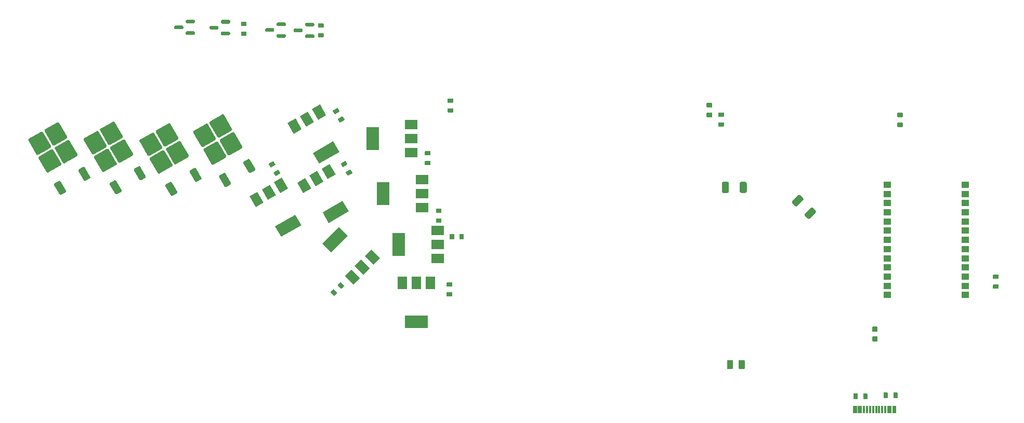
<source format=gtp>
G04 #@! TF.GenerationSoftware,KiCad,Pcbnew,7.0.9-7.0.9~ubuntu22.04.1*
G04 #@! TF.CreationDate,2023-12-28T07:12:25+00:00*
G04 #@! TF.ProjectId,uaeficopiedtovfr,75616566-6963-46f7-9069-6564746f7666,rev?*
G04 #@! TF.SameCoordinates,Original*
G04 #@! TF.FileFunction,Paste,Top*
G04 #@! TF.FilePolarity,Positive*
%FSLAX46Y46*%
G04 Gerber Fmt 4.6, Leading zero omitted, Abs format (unit mm)*
G04 Created by KiCad (PCBNEW 7.0.9-7.0.9~ubuntu22.04.1) date 2023-12-28 07:12:25*
%MOMM*%
%LPD*%
G01*
G04 APERTURE LIST*
%ADD10R,2.000000X1.500000*%
%ADD11R,2.000000X3.800000*%
%ADD12R,1.500000X2.000000*%
%ADD13R,3.800000X2.000000*%
%ADD14R,0.300000X1.150000*%
%ADD15R,1.300000X1.000000*%
G04 APERTURE END LIST*
G04 #@! TO.C,R4*
G36*
G01*
X117650001Y15900000D02*
X117650001Y14650000D01*
G75*
G02*
X117550001Y14550000I-100000J0D01*
G01*
X116750001Y14550000D01*
G75*
G02*
X116650001Y14650000I0J100000D01*
G01*
X116650001Y15900000D01*
G75*
G02*
X116750001Y16000000I100000J0D01*
G01*
X117550001Y16000000D01*
G75*
G02*
X117650001Y15900000I0J-100000D01*
G01*
G37*
G36*
G01*
X115749979Y15900000D02*
X115749979Y14650000D01*
G75*
G02*
X115649979Y14550000I-100000J0D01*
G01*
X114849979Y14550000D01*
G75*
G02*
X114749979Y14650000I0J100000D01*
G01*
X114749979Y15900000D01*
G75*
G02*
X114849979Y16000000I100000J0D01*
G01*
X115649979Y16000000D01*
G75*
G02*
X115749979Y15900000I0J-100000D01*
G01*
G37*
G04 #@! TD*
G04 #@! TO.C,R1*
G36*
G01*
X142560000Y56325000D02*
X143340000Y56325000D01*
G75*
G02*
X143410000Y56255000I0J-70000D01*
G01*
X143410000Y55695000D01*
G75*
G02*
X143340000Y55625000I-70000J0D01*
G01*
X142560000Y55625000D01*
G75*
G02*
X142490000Y55695000I0J70000D01*
G01*
X142490000Y56255000D01*
G75*
G02*
X142560000Y56325000I70000J0D01*
G01*
G37*
G36*
G01*
X142560000Y54725000D02*
X143340000Y54725000D01*
G75*
G02*
X143410000Y54655000I0J-70000D01*
G01*
X143410000Y54095000D01*
G75*
G02*
X143340000Y54025000I-70000J0D01*
G01*
X142560000Y54025000D01*
G75*
G02*
X142490000Y54095000I0J70000D01*
G01*
X142490000Y54655000D01*
G75*
G02*
X142560000Y54725000I70000J0D01*
G01*
G37*
G04 #@! TD*
D10*
G04 #@! TO.C,Q14*
X67600000Y32575000D03*
X67600000Y34875000D03*
X67600000Y37175000D03*
D11*
X61300000Y34875000D03*
G04 #@! TD*
G04 #@! TO.C,Q8*
G36*
X48717339Y47244005D02*
G01*
X50016377Y47994005D01*
X51016377Y46261955D01*
X49717339Y45511955D01*
X48717339Y47244005D01*
G37*
G36*
X46725481Y46094005D02*
G01*
X48024519Y46844005D01*
X49024519Y45111955D01*
X47725481Y44361955D01*
X46725481Y46094005D01*
G37*
G36*
X44733623Y44944005D02*
G01*
X46032661Y45694005D01*
X47032661Y43961955D01*
X45733623Y43211955D01*
X44733623Y44944005D01*
G37*
G36*
X48879552Y40063045D02*
G01*
X52170448Y41963045D01*
X53170448Y40230995D01*
X49879552Y38330995D01*
X48879552Y40063045D01*
G37*
G04 #@! TD*
G04 #@! TO.C,R8*
G36*
G01*
X142550000Y10615000D02*
X142550000Y9835000D01*
G75*
G02*
X142480000Y9765000I-70000J0D01*
G01*
X141920000Y9765000D01*
G75*
G02*
X141850000Y9835000I0J70000D01*
G01*
X141850000Y10615000D01*
G75*
G02*
X141920000Y10685000I70000J0D01*
G01*
X142480000Y10685000D01*
G75*
G02*
X142550000Y10615000I0J-70000D01*
G01*
G37*
G36*
G01*
X140950000Y10615000D02*
X140950000Y9835000D01*
G75*
G02*
X140880000Y9765000I-70000J0D01*
G01*
X140320000Y9765000D01*
G75*
G02*
X140250000Y9835000I0J70000D01*
G01*
X140250000Y10615000D01*
G75*
G02*
X140320000Y10685000I70000J0D01*
G01*
X140880000Y10685000D01*
G75*
G02*
X140950000Y10615000I0J-70000D01*
G01*
G37*
G04 #@! TD*
G04 #@! TO.C,Q10*
G36*
X54965864Y29367105D02*
G01*
X53905204Y28306445D01*
X52490990Y29720659D01*
X53551650Y30781319D01*
X54965864Y29367105D01*
G37*
G36*
X56592209Y30993451D02*
G01*
X55531549Y29932791D01*
X54117335Y31347005D01*
X55177995Y32407665D01*
X56592209Y30993451D01*
G37*
G36*
X58218555Y32619796D02*
G01*
X57157895Y31559136D01*
X55743681Y32973350D01*
X56804341Y34034010D01*
X58218555Y32619796D01*
G37*
G36*
X52950610Y36261396D02*
G01*
X50263604Y33574390D01*
X48849390Y34988604D01*
X51536396Y37675610D01*
X52950610Y36261396D01*
G37*
G04 #@! TD*
G04 #@! TO.C,R32*
G36*
G01*
X69940000Y26375000D02*
X69160000Y26375000D01*
G75*
G02*
X69090000Y26445000I0J70000D01*
G01*
X69090000Y27005000D01*
G75*
G02*
X69160000Y27075000I70000J0D01*
G01*
X69940000Y27075000D01*
G75*
G02*
X70010000Y27005000I0J-70000D01*
G01*
X70010000Y26445000D01*
G75*
G02*
X69940000Y26375000I-70000J0D01*
G01*
G37*
G36*
G01*
X69940000Y27975000D02*
X69160000Y27975000D01*
G75*
G02*
X69090000Y28045000I0J70000D01*
G01*
X69090000Y28605000D01*
G75*
G02*
X69160000Y28675000I70000J0D01*
G01*
X69940000Y28675000D01*
G75*
G02*
X70010000Y28605000I0J-70000D01*
G01*
X70010000Y28045000D01*
G75*
G02*
X69940000Y27975000I-70000J0D01*
G01*
G37*
G04 #@! TD*
G04 #@! TO.C,R2*
G36*
G01*
X112290000Y55625000D02*
X111510000Y55625000D01*
G75*
G02*
X111440000Y55695000I0J70000D01*
G01*
X111440000Y56255000D01*
G75*
G02*
X111510000Y56325000I70000J0D01*
G01*
X112290000Y56325000D01*
G75*
G02*
X112360000Y56255000I0J-70000D01*
G01*
X112360000Y55695000D01*
G75*
G02*
X112290000Y55625000I-70000J0D01*
G01*
G37*
G36*
G01*
X112290000Y57225000D02*
X111510000Y57225000D01*
G75*
G02*
X111440000Y57295000I0J70000D01*
G01*
X111440000Y57855000D01*
G75*
G02*
X111510000Y57925000I70000J0D01*
G01*
X112290000Y57925000D01*
G75*
G02*
X112360000Y57855000I0J-70000D01*
G01*
X112360000Y57295000D01*
G75*
G02*
X112290000Y57225000I-70000J0D01*
G01*
G37*
G04 #@! TD*
G04 #@! TO.C,R31*
G36*
G01*
X68190000Y38375000D02*
X67410000Y38375000D01*
G75*
G02*
X67340000Y38445000I0J70000D01*
G01*
X67340000Y39005000D01*
G75*
G02*
X67410000Y39075000I70000J0D01*
G01*
X68190000Y39075000D01*
G75*
G02*
X68260000Y39005000I0J-70000D01*
G01*
X68260000Y38445000D01*
G75*
G02*
X68190000Y38375000I-70000J0D01*
G01*
G37*
G36*
G01*
X68190000Y39975000D02*
X67410000Y39975000D01*
G75*
G02*
X67340000Y40045000I0J70000D01*
G01*
X67340000Y40605000D01*
G75*
G02*
X67410000Y40675000I70000J0D01*
G01*
X68190000Y40675000D01*
G75*
G02*
X68260000Y40605000I0J-70000D01*
G01*
X68260000Y40045000D01*
G75*
G02*
X68190000Y39975000I-70000J0D01*
G01*
G37*
G04 #@! TD*
G04 #@! TO.C,R23*
G36*
G01*
X40137250Y48025929D02*
X40812750Y48415929D01*
G75*
G02*
X40908372Y48390307I35000J-60622D01*
G01*
X41188372Y47905333D01*
G75*
G02*
X41162750Y47809711I-60622J-35000D01*
G01*
X40487250Y47419711D01*
G75*
G02*
X40391628Y47445333I-35000J60622D01*
G01*
X40111628Y47930307D01*
G75*
G02*
X40137250Y48025929I60622J35000D01*
G01*
G37*
G36*
G01*
X40937250Y46640289D02*
X41612750Y47030289D01*
G75*
G02*
X41708372Y47004667I35000J-60622D01*
G01*
X41988372Y46519693D01*
G75*
G02*
X41962750Y46424071I-60622J-35000D01*
G01*
X41287250Y46034071D01*
G75*
G02*
X41191628Y46059693I-35000J60622D01*
G01*
X40911628Y46544667D01*
G75*
G02*
X40937250Y46640289I60622J35000D01*
G01*
G37*
G04 #@! TD*
D12*
G04 #@! TO.C,Q16*
X66450000Y28575000D03*
X64150000Y28575000D03*
X61850000Y28575000D03*
D13*
X64150000Y22275000D03*
G04 #@! TD*
G04 #@! TO.C,Q9*
G36*
X40967339Y44994005D02*
G01*
X42266377Y45744005D01*
X43266377Y44011955D01*
X41967339Y43261955D01*
X40967339Y44994005D01*
G37*
G36*
X38975481Y43844005D02*
G01*
X40274519Y44594005D01*
X41274519Y42861955D01*
X39975481Y42111955D01*
X38975481Y43844005D01*
G37*
G36*
X36983623Y42694005D02*
G01*
X38282661Y43444005D01*
X39282661Y41711955D01*
X37983623Y40961955D01*
X36983623Y42694005D01*
G37*
G36*
X41129552Y37813045D02*
G01*
X44420448Y39713045D01*
X45420448Y37980995D01*
X42129552Y36080995D01*
X41129552Y37813045D01*
G37*
G04 #@! TD*
D10*
G04 #@! TO.C,Q13*
X63350000Y49825000D03*
X63350000Y52125000D03*
X63350000Y54425000D03*
D11*
X57050000Y52125000D03*
G04 #@! TD*
G04 #@! TO.C,R26*
G36*
G01*
X36440000Y68875000D02*
X35660000Y68875000D01*
G75*
G02*
X35590000Y68945000I0J70000D01*
G01*
X35590000Y69505000D01*
G75*
G02*
X35660000Y69575000I70000J0D01*
G01*
X36440000Y69575000D01*
G75*
G02*
X36510000Y69505000I0J-70000D01*
G01*
X36510000Y68945000D01*
G75*
G02*
X36440000Y68875000I-70000J0D01*
G01*
G37*
G36*
G01*
X36440000Y70475000D02*
X35660000Y70475000D01*
G75*
G02*
X35590000Y70545000I0J70000D01*
G01*
X35590000Y71105000D01*
G75*
G02*
X35660000Y71175000I70000J0D01*
G01*
X36440000Y71175000D01*
G75*
G02*
X36510000Y71105000I0J-70000D01*
G01*
X36510000Y70545000D01*
G75*
G02*
X36440000Y70475000I-70000J0D01*
G01*
G37*
G04 #@! TD*
G04 #@! TO.C,C1*
G36*
G01*
X139190000Y19009999D02*
X138510000Y19009999D01*
G75*
G02*
X138425000Y19094999I0J85000D01*
G01*
X138425000Y19774999D01*
G75*
G02*
X138510000Y19859999I85000J0D01*
G01*
X139190000Y19859999D01*
G75*
G02*
X139275000Y19774999I0J-85000D01*
G01*
X139275000Y19094999D01*
G75*
G02*
X139190000Y19009999I-85000J0D01*
G01*
G37*
G36*
G01*
X139190000Y20590001D02*
X138510000Y20590001D01*
G75*
G02*
X138425000Y20675001I0J85000D01*
G01*
X138425000Y21355001D01*
G75*
G02*
X138510000Y21440001I85000J0D01*
G01*
X139190000Y21440001D01*
G75*
G02*
X139275000Y21355001I0J-85000D01*
G01*
X139275000Y20675001D01*
G75*
G02*
X139190000Y20590001I-85000J0D01*
G01*
G37*
G04 #@! TD*
G04 #@! TO.C,Q7*
G36*
X47167339Y56944005D02*
G01*
X48466377Y57694005D01*
X49466377Y55961955D01*
X48167339Y55211955D01*
X47167339Y56944005D01*
G37*
G36*
X45175481Y55794005D02*
G01*
X46474519Y56544005D01*
X47474519Y54811955D01*
X46175481Y54061955D01*
X45175481Y55794005D01*
G37*
G36*
X43183623Y54644005D02*
G01*
X44482661Y55394005D01*
X45482661Y53661955D01*
X44183623Y52911955D01*
X43183623Y54644005D01*
G37*
G36*
X47329552Y49763045D02*
G01*
X50620448Y51663045D01*
X51620448Y49930995D01*
X48329552Y48030995D01*
X47329552Y49763045D01*
G37*
G04 #@! TD*
G04 #@! TO.C,R30*
G36*
G01*
X69600000Y35735000D02*
X69600000Y36515000D01*
G75*
G02*
X69670000Y36585000I70000J0D01*
G01*
X70230000Y36585000D01*
G75*
G02*
X70300000Y36515000I0J-70000D01*
G01*
X70300000Y35735000D01*
G75*
G02*
X70230000Y35665000I-70000J0D01*
G01*
X69670000Y35665000D01*
G75*
G02*
X69600000Y35735000I0J70000D01*
G01*
G37*
G36*
G01*
X71200000Y35735000D02*
X71200000Y36515000D01*
G75*
G02*
X71270000Y36585000I70000J0D01*
G01*
X71830000Y36585000D01*
G75*
G02*
X71900000Y36515000I0J-70000D01*
G01*
X71900000Y35735000D01*
G75*
G02*
X71830000Y35665000I-70000J0D01*
G01*
X71270000Y35665000D01*
G75*
G02*
X71200000Y35735000I0J70000D01*
G01*
G37*
G04 #@! TD*
G04 #@! TO.C,R24*
G36*
G01*
X50762600Y26486056D02*
X50211056Y27037600D01*
G75*
G02*
X50211056Y27136594I49497J49497D01*
G01*
X50607036Y27532574D01*
G75*
G02*
X50706030Y27532574I49497J-49497D01*
G01*
X51257574Y26981030D01*
G75*
G02*
X51257574Y26882036I-49497J-49497D01*
G01*
X50861594Y26486056D01*
G75*
G02*
X50762600Y26486056I-49497J49497D01*
G01*
G37*
G36*
G01*
X51893970Y27617426D02*
X51342426Y28168970D01*
G75*
G02*
X51342426Y28267964I49497J49497D01*
G01*
X51738406Y28663944D01*
G75*
G02*
X51837400Y28663944I49497J-49497D01*
G01*
X52388944Y28112400D01*
G75*
G02*
X52388944Y28013406I-49497J-49497D01*
G01*
X51992964Y27617426D01*
G75*
G02*
X51893970Y27617426I-49497J49497D01*
G01*
G37*
G04 #@! TD*
D14*
G04 #@! TO.C,J9*
X135450000Y7945000D03*
X136250000Y7945000D03*
X137550000Y7945000D03*
X138550000Y7945000D03*
X139050000Y7945000D03*
X140050000Y7945000D03*
X141350000Y7945000D03*
X142150000Y7945000D03*
X141850000Y7945000D03*
X141050000Y7945000D03*
X140550000Y7945000D03*
X139550000Y7945000D03*
X138050000Y7945000D03*
X137050000Y7945000D03*
X136550000Y7945000D03*
X135750000Y7945000D03*
G04 #@! TD*
G04 #@! TO.C,Q3*
G36*
G01*
X25095382Y43138319D02*
X24489164Y42788319D01*
G75*
G02*
X24147658Y42879825I-125000J216506D01*
G01*
X23297658Y44352069D01*
G75*
G02*
X23389164Y44693575I216506J125000D01*
G01*
X23995382Y45043575D01*
G75*
G02*
X24336888Y44952069I125000J-216506D01*
G01*
X25186888Y43479825D01*
G75*
G02*
X25095382Y43138319I-216506J-125000D01*
G01*
G37*
G36*
G01*
X24320401Y47540626D02*
X22371843Y46415626D01*
G75*
G02*
X22030337Y46507132I-125000J216506D01*
G01*
X20755337Y48715496D01*
G75*
G02*
X20846843Y49057002I216506J125000D01*
G01*
X22795401Y50182002D01*
G75*
G02*
X23136907Y50090496I125000J-216506D01*
G01*
X24411907Y47882132D01*
G75*
G02*
X24320401Y47540626I-216506J-125000D01*
G01*
G37*
G36*
G01*
X26961779Y49065626D02*
X25013221Y47940626D01*
G75*
G02*
X24671715Y48032132I-125000J216506D01*
G01*
X23396715Y50240496D01*
G75*
G02*
X23488221Y50582002I216506J125000D01*
G01*
X25436779Y51707002D01*
G75*
G02*
X25778285Y51615496I125000J-216506D01*
G01*
X27053285Y49407132D01*
G75*
G02*
X26961779Y49065626I-216506J-125000D01*
G01*
G37*
G36*
G01*
X22645401Y50441812D02*
X20696843Y49316812D01*
G75*
G02*
X20355337Y49408318I-125000J216506D01*
G01*
X19080337Y51616682D01*
G75*
G02*
X19171843Y51958188I216506J125000D01*
G01*
X21120401Y53083188D01*
G75*
G02*
X21461907Y52991682I125000J-216506D01*
G01*
X22736907Y50783318D01*
G75*
G02*
X22645401Y50441812I-216506J-125000D01*
G01*
G37*
G36*
G01*
X25286779Y51966812D02*
X23338221Y50841812D01*
G75*
G02*
X22996715Y50933318I-125000J216506D01*
G01*
X21721715Y53141682D01*
G75*
G02*
X21813221Y53483188I216506J125000D01*
G01*
X23761779Y54608188D01*
G75*
G02*
X24103285Y54516682I125000J-216506D01*
G01*
X25378285Y52308318D01*
G75*
G02*
X25286779Y51966812I-216506J-125000D01*
G01*
G37*
G36*
G01*
X29044458Y45418319D02*
X28438240Y45068319D01*
G75*
G02*
X28096734Y45159825I-125000J216506D01*
G01*
X27246734Y46632069D01*
G75*
G02*
X27338240Y46973575I216506J125000D01*
G01*
X27944458Y47323575D01*
G75*
G02*
X28285964Y47232069I125000J-216506D01*
G01*
X29135964Y45759825D01*
G75*
G02*
X29044458Y45418319I-216506J-125000D01*
G01*
G37*
G04 #@! TD*
G04 #@! TO.C,D7*
G36*
G01*
X28075000Y69475000D02*
X28075000Y69175000D01*
G75*
G02*
X27925000Y69025000I-150000J0D01*
G01*
X26750000Y69025000D01*
G75*
G02*
X26600000Y69175000I0J150000D01*
G01*
X26600000Y69475000D01*
G75*
G02*
X26750000Y69625000I150000J0D01*
G01*
X27925000Y69625000D01*
G75*
G02*
X28075000Y69475000I0J-150000D01*
G01*
G37*
G36*
G01*
X26200000Y70425000D02*
X26200000Y70125000D01*
G75*
G02*
X26050000Y69975000I-150000J0D01*
G01*
X24875000Y69975000D01*
G75*
G02*
X24725000Y70125000I0J150000D01*
G01*
X24725000Y70425000D01*
G75*
G02*
X24875000Y70575000I150000J0D01*
G01*
X26050000Y70575000D01*
G75*
G02*
X26200000Y70425000I0J-150000D01*
G01*
G37*
G36*
G01*
X28075000Y71375000D02*
X28075000Y71075000D01*
G75*
G02*
X27925000Y70925000I-150000J0D01*
G01*
X26750000Y70925000D01*
G75*
G02*
X26600000Y71075000I0J150000D01*
G01*
X26600000Y71375000D01*
G75*
G02*
X26750000Y71525000I150000J0D01*
G01*
X27925000Y71525000D01*
G75*
G02*
X28075000Y71375000I0J-150000D01*
G01*
G37*
G04 #@! TD*
G04 #@! TO.C,R5*
G36*
G01*
X69310000Y58675000D02*
X70090000Y58675000D01*
G75*
G02*
X70160000Y58605000I0J-70000D01*
G01*
X70160000Y58045000D01*
G75*
G02*
X70090000Y57975000I-70000J0D01*
G01*
X69310000Y57975000D01*
G75*
G02*
X69240000Y58045000I0J70000D01*
G01*
X69240000Y58605000D01*
G75*
G02*
X69310000Y58675000I70000J0D01*
G01*
G37*
G36*
G01*
X69310000Y57075000D02*
X70090000Y57075000D01*
G75*
G02*
X70160000Y57005000I0J-70000D01*
G01*
X70160000Y56445000D01*
G75*
G02*
X70090000Y56375000I-70000J0D01*
G01*
X69310000Y56375000D01*
G75*
G02*
X69240000Y56445000I0J70000D01*
G01*
X69240000Y57005000D01*
G75*
G02*
X69310000Y57075000I70000J0D01*
G01*
G37*
G04 #@! TD*
G04 #@! TO.C,Q1*
G36*
G01*
X33845382Y44588319D02*
X33239164Y44238319D01*
G75*
G02*
X32897658Y44329825I-125000J216506D01*
G01*
X32047658Y45802069D01*
G75*
G02*
X32139164Y46143575I216506J125000D01*
G01*
X32745382Y46493575D01*
G75*
G02*
X33086888Y46402069I125000J-216506D01*
G01*
X33936888Y44929825D01*
G75*
G02*
X33845382Y44588319I-216506J-125000D01*
G01*
G37*
G36*
G01*
X33070401Y48990626D02*
X31121843Y47865626D01*
G75*
G02*
X30780337Y47957132I-125000J216506D01*
G01*
X29505337Y50165496D01*
G75*
G02*
X29596843Y50507002I216506J125000D01*
G01*
X31545401Y51632002D01*
G75*
G02*
X31886907Y51540496I125000J-216506D01*
G01*
X33161907Y49332132D01*
G75*
G02*
X33070401Y48990626I-216506J-125000D01*
G01*
G37*
G36*
G01*
X35711779Y50515626D02*
X33763221Y49390626D01*
G75*
G02*
X33421715Y49482132I-125000J216506D01*
G01*
X32146715Y51690496D01*
G75*
G02*
X32238221Y52032002I216506J125000D01*
G01*
X34186779Y53157002D01*
G75*
G02*
X34528285Y53065496I125000J-216506D01*
G01*
X35803285Y50857132D01*
G75*
G02*
X35711779Y50515626I-216506J-125000D01*
G01*
G37*
G36*
G01*
X31395401Y51891812D02*
X29446843Y50766812D01*
G75*
G02*
X29105337Y50858318I-125000J216506D01*
G01*
X27830337Y53066682D01*
G75*
G02*
X27921843Y53408188I216506J125000D01*
G01*
X29870401Y54533188D01*
G75*
G02*
X30211907Y54441682I125000J-216506D01*
G01*
X31486907Y52233318D01*
G75*
G02*
X31395401Y51891812I-216506J-125000D01*
G01*
G37*
G36*
G01*
X34036779Y53416812D02*
X32088221Y52291812D01*
G75*
G02*
X31746715Y52383318I-125000J216506D01*
G01*
X30471715Y54591682D01*
G75*
G02*
X30563221Y54933188I216506J125000D01*
G01*
X32511779Y56058188D01*
G75*
G02*
X32853285Y55966682I125000J-216506D01*
G01*
X34128285Y53758318D01*
G75*
G02*
X34036779Y53416812I-216506J-125000D01*
G01*
G37*
G36*
G01*
X37794458Y46868319D02*
X37188240Y46518319D01*
G75*
G02*
X36846734Y46609825I-125000J216506D01*
G01*
X35996734Y48082069D01*
G75*
G02*
X36088240Y48423575I216506J125000D01*
G01*
X36694458Y48773575D01*
G75*
G02*
X37035964Y48682069I125000J-216506D01*
G01*
X37885964Y47209825D01*
G75*
G02*
X37794458Y46868319I-216506J-125000D01*
G01*
G37*
G04 #@! TD*
G04 #@! TO.C,R25*
G36*
G01*
X48990000Y68625000D02*
X48210000Y68625000D01*
G75*
G02*
X48140000Y68695000I0J70000D01*
G01*
X48140000Y69255000D01*
G75*
G02*
X48210000Y69325000I70000J0D01*
G01*
X48990000Y69325000D01*
G75*
G02*
X49060000Y69255000I0J-70000D01*
G01*
X49060000Y68695000D01*
G75*
G02*
X48990000Y68625000I-70000J0D01*
G01*
G37*
G36*
G01*
X48990000Y70225000D02*
X48210000Y70225000D01*
G75*
G02*
X48140000Y70295000I0J70000D01*
G01*
X48140000Y70855000D01*
G75*
G02*
X48210000Y70925000I70000J0D01*
G01*
X48990000Y70925000D01*
G75*
G02*
X49060000Y70855000I0J-70000D01*
G01*
X49060000Y70295000D01*
G75*
G02*
X48990000Y70225000I-70000J0D01*
G01*
G37*
G04 #@! TD*
G04 #@! TO.C,R6*
G36*
G01*
X158940000Y27625000D02*
X158160000Y27625000D01*
G75*
G02*
X158090000Y27695000I0J70000D01*
G01*
X158090000Y28255000D01*
G75*
G02*
X158160000Y28325000I70000J0D01*
G01*
X158940000Y28325000D01*
G75*
G02*
X159010000Y28255000I0J-70000D01*
G01*
X159010000Y27695000D01*
G75*
G02*
X158940000Y27625000I-70000J0D01*
G01*
G37*
G36*
G01*
X158940000Y29225000D02*
X158160000Y29225000D01*
G75*
G02*
X158090000Y29295000I0J70000D01*
G01*
X158090000Y29855000D01*
G75*
G02*
X158160000Y29925000I70000J0D01*
G01*
X158940000Y29925000D01*
G75*
G02*
X159010000Y29855000I0J-70000D01*
G01*
X159010000Y29295000D01*
G75*
G02*
X158940000Y29225000I-70000J0D01*
G01*
G37*
G04 #@! TD*
G04 #@! TO.C,Q4*
G36*
G01*
X16028571Y43401412D02*
X15422353Y43051412D01*
G75*
G02*
X15080847Y43142918I-125000J216506D01*
G01*
X14230847Y44615162D01*
G75*
G02*
X14322353Y44956668I216506J125000D01*
G01*
X14928571Y45306668D01*
G75*
G02*
X15270077Y45215162I125000J-216506D01*
G01*
X16120077Y43742918D01*
G75*
G02*
X16028571Y43401412I-216506J-125000D01*
G01*
G37*
G36*
G01*
X15253590Y47803719D02*
X13305032Y46678719D01*
G75*
G02*
X12963526Y46770225I-125000J216506D01*
G01*
X11688526Y48978589D01*
G75*
G02*
X11780032Y49320095I216506J125000D01*
G01*
X13728590Y50445095D01*
G75*
G02*
X14070096Y50353589I125000J-216506D01*
G01*
X15345096Y48145225D01*
G75*
G02*
X15253590Y47803719I-216506J-125000D01*
G01*
G37*
G36*
G01*
X17894968Y49328719D02*
X15946410Y48203719D01*
G75*
G02*
X15604904Y48295225I-125000J216506D01*
G01*
X14329904Y50503589D01*
G75*
G02*
X14421410Y50845095I216506J125000D01*
G01*
X16369968Y51970095D01*
G75*
G02*
X16711474Y51878589I125000J-216506D01*
G01*
X17986474Y49670225D01*
G75*
G02*
X17894968Y49328719I-216506J-125000D01*
G01*
G37*
G36*
G01*
X13578590Y50704905D02*
X11630032Y49579905D01*
G75*
G02*
X11288526Y49671411I-125000J216506D01*
G01*
X10013526Y51879775D01*
G75*
G02*
X10105032Y52221281I216506J125000D01*
G01*
X12053590Y53346281D01*
G75*
G02*
X12395096Y53254775I125000J-216506D01*
G01*
X13670096Y51046411D01*
G75*
G02*
X13578590Y50704905I-216506J-125000D01*
G01*
G37*
G36*
G01*
X16219968Y52229905D02*
X14271410Y51104905D01*
G75*
G02*
X13929904Y51196411I-125000J216506D01*
G01*
X12654904Y53404775D01*
G75*
G02*
X12746410Y53746281I216506J125000D01*
G01*
X14694968Y54871281D01*
G75*
G02*
X15036474Y54779775I125000J-216506D01*
G01*
X16311474Y52571411D01*
G75*
G02*
X16219968Y52229905I-216506J-125000D01*
G01*
G37*
G36*
G01*
X19977647Y45681412D02*
X19371429Y45331412D01*
G75*
G02*
X19029923Y45422918I-125000J216506D01*
G01*
X18179923Y46895162D01*
G75*
G02*
X18271429Y47236668I216506J125000D01*
G01*
X18877647Y47586668D01*
G75*
G02*
X19219153Y47495162I125000J-216506D01*
G01*
X20069153Y46022918D01*
G75*
G02*
X19977647Y45681412I-216506J-125000D01*
G01*
G37*
G04 #@! TD*
G04 #@! TO.C,Q12*
G36*
G01*
X33812500Y69425000D02*
X33812500Y69125000D01*
G75*
G02*
X33662500Y68975000I-150000J0D01*
G01*
X32487500Y68975000D01*
G75*
G02*
X32337500Y69125000I0J150000D01*
G01*
X32337500Y69425000D01*
G75*
G02*
X32487500Y69575000I150000J0D01*
G01*
X33662500Y69575000D01*
G75*
G02*
X33812500Y69425000I0J-150000D01*
G01*
G37*
G36*
G01*
X31937500Y70375000D02*
X31937500Y70075000D01*
G75*
G02*
X31787500Y69925000I-150000J0D01*
G01*
X30612500Y69925000D01*
G75*
G02*
X30462500Y70075000I0J150000D01*
G01*
X30462500Y70375000D01*
G75*
G02*
X30612500Y70525000I150000J0D01*
G01*
X31787500Y70525000D01*
G75*
G02*
X31937500Y70375000I0J-150000D01*
G01*
G37*
G36*
G01*
X33812500Y71325000D02*
X33812500Y71025000D01*
G75*
G02*
X33662500Y70875000I-150000J0D01*
G01*
X32487500Y70875000D01*
G75*
G02*
X32337500Y71025000I0J150000D01*
G01*
X32337500Y71325000D01*
G75*
G02*
X32487500Y71475000I150000J0D01*
G01*
X33662500Y71475000D01*
G75*
G02*
X33812500Y71325000I0J-150000D01*
G01*
G37*
G04 #@! TD*
G04 #@! TO.C,R29*
G36*
G01*
X66390000Y47775000D02*
X65610000Y47775000D01*
G75*
G02*
X65540000Y47845000I0J70000D01*
G01*
X65540000Y48405000D01*
G75*
G02*
X65610000Y48475000I70000J0D01*
G01*
X66390000Y48475000D01*
G75*
G02*
X66460000Y48405000I0J-70000D01*
G01*
X66460000Y47845000D01*
G75*
G02*
X66390000Y47775000I-70000J0D01*
G01*
G37*
G36*
G01*
X66390000Y49375000D02*
X65610000Y49375000D01*
G75*
G02*
X65540000Y49445000I0J70000D01*
G01*
X65540000Y50005000D01*
G75*
G02*
X65610000Y50075000I70000J0D01*
G01*
X66390000Y50075000D01*
G75*
G02*
X66460000Y50005000I0J-70000D01*
G01*
X66460000Y49445000D01*
G75*
G02*
X66390000Y49375000I-70000J0D01*
G01*
G37*
G04 #@! TD*
G04 #@! TO.C,D6*
G36*
G01*
X42875000Y69025000D02*
X42875000Y68725000D01*
G75*
G02*
X42725000Y68575000I-150000J0D01*
G01*
X41550000Y68575000D01*
G75*
G02*
X41400000Y68725000I0J150000D01*
G01*
X41400000Y69025000D01*
G75*
G02*
X41550000Y69175000I150000J0D01*
G01*
X42725000Y69175000D01*
G75*
G02*
X42875000Y69025000I0J-150000D01*
G01*
G37*
G36*
G01*
X41000000Y69975000D02*
X41000000Y69675000D01*
G75*
G02*
X40850000Y69525000I-150000J0D01*
G01*
X39675000Y69525000D01*
G75*
G02*
X39525000Y69675000I0J150000D01*
G01*
X39525000Y69975000D01*
G75*
G02*
X39675000Y70125000I150000J0D01*
G01*
X40850000Y70125000D01*
G75*
G02*
X41000000Y69975000I0J-150000D01*
G01*
G37*
G36*
G01*
X42875000Y70925000D02*
X42875000Y70625000D01*
G75*
G02*
X42725000Y70475000I-150000J0D01*
G01*
X41550000Y70475000D01*
G75*
G02*
X41400000Y70625000I0J150000D01*
G01*
X41400000Y70925000D01*
G75*
G02*
X41550000Y71075000I150000J0D01*
G01*
X42725000Y71075000D01*
G75*
G02*
X42875000Y70925000I0J-150000D01*
G01*
G37*
G04 #@! TD*
D10*
G04 #@! TO.C,Q15*
X65050000Y40825000D03*
X65050000Y43125000D03*
X65050000Y45425000D03*
D11*
X58750000Y43125000D03*
G04 #@! TD*
G04 #@! TO.C,R21*
G36*
G01*
X52412750Y55124071D02*
X51737250Y54734071D01*
G75*
G02*
X51641628Y54759693I-35000J60622D01*
G01*
X51361628Y55244667D01*
G75*
G02*
X51387250Y55340289I60622J35000D01*
G01*
X52062750Y55730289D01*
G75*
G02*
X52158372Y55704667I35000J-60622D01*
G01*
X52438372Y55219693D01*
G75*
G02*
X52412750Y55124071I-60622J-35000D01*
G01*
G37*
G36*
G01*
X51612750Y56509711D02*
X50937250Y56119711D01*
G75*
G02*
X50841628Y56145333I-35000J60622D01*
G01*
X50561628Y56630307D01*
G75*
G02*
X50587250Y56725929I60622J35000D01*
G01*
X51262750Y57115929D01*
G75*
G02*
X51358372Y57090307I35000J-60622D01*
G01*
X51638372Y56605333D01*
G75*
G02*
X51612750Y56509711I-60622J-35000D01*
G01*
G37*
G04 #@! TD*
G04 #@! TO.C,Q11*
G36*
G01*
X47525000Y68975000D02*
X47525000Y68675000D01*
G75*
G02*
X47375000Y68525000I-150000J0D01*
G01*
X46200000Y68525000D01*
G75*
G02*
X46050000Y68675000I0J150000D01*
G01*
X46050000Y68975000D01*
G75*
G02*
X46200000Y69125000I150000J0D01*
G01*
X47375000Y69125000D01*
G75*
G02*
X47525000Y68975000I0J-150000D01*
G01*
G37*
G36*
G01*
X45650000Y69925000D02*
X45650000Y69625000D01*
G75*
G02*
X45500000Y69475000I-150000J0D01*
G01*
X44325000Y69475000D01*
G75*
G02*
X44175000Y69625000I0J150000D01*
G01*
X44175000Y69925000D01*
G75*
G02*
X44325000Y70075000I150000J0D01*
G01*
X45500000Y70075000D01*
G75*
G02*
X45650000Y69925000I0J-150000D01*
G01*
G37*
G36*
G01*
X47525000Y70875000D02*
X47525000Y70575000D01*
G75*
G02*
X47375000Y70425000I-150000J0D01*
G01*
X46200000Y70425000D01*
G75*
G02*
X46050000Y70575000I0J150000D01*
G01*
X46050000Y70875000D01*
G75*
G02*
X46200000Y71025000I150000J0D01*
G01*
X47375000Y71025000D01*
G75*
G02*
X47525000Y70875000I0J-150000D01*
G01*
G37*
G04 #@! TD*
G04 #@! TO.C,F2*
G36*
G01*
X114844990Y43275000D02*
X114154990Y43275000D01*
G75*
G02*
X113924990Y43505000I0J230000D01*
G01*
X113924990Y44845000D01*
G75*
G02*
X114154990Y45075000I230000J0D01*
G01*
X114844990Y45075000D01*
G75*
G02*
X115074990Y44845000I0J-230000D01*
G01*
X115074990Y43505000D01*
G75*
G02*
X114844990Y43275000I-230000J0D01*
G01*
G37*
G36*
G01*
X117745010Y43275000D02*
X117055010Y43275000D01*
G75*
G02*
X116825010Y43505000I0J230000D01*
G01*
X116825010Y44845000D01*
G75*
G02*
X117055010Y45075000I230000J0D01*
G01*
X117745010Y45075000D01*
G75*
G02*
X117975010Y44845000I0J-230000D01*
G01*
X117975010Y43505000D01*
G75*
G02*
X117745010Y43275000I-230000J0D01*
G01*
G37*
G04 #@! TD*
D15*
G04 #@! TO.C,U2*
X140862500Y44600000D03*
X140862500Y43100000D03*
X140862500Y41600000D03*
X140862500Y40100000D03*
X140862500Y38600000D03*
X140862500Y37100000D03*
X140862500Y35600000D03*
X140862500Y34100000D03*
X140862500Y32600000D03*
X140862500Y31100000D03*
X140862500Y29600000D03*
X140862500Y28100000D03*
X140862500Y26600000D03*
X153562500Y26600000D03*
X153562500Y28100000D03*
X153562500Y29600000D03*
X153562500Y31100000D03*
X153562500Y32600000D03*
X153562500Y34100000D03*
X153562500Y35600000D03*
X153562500Y37100000D03*
X153562500Y38600000D03*
X153562500Y40100000D03*
X153562500Y41600000D03*
X153562500Y43100000D03*
X153562500Y44600000D03*
G04 #@! TD*
G04 #@! TO.C,Q2*
G36*
G01*
X6978571Y43301412D02*
X6372353Y42951412D01*
G75*
G02*
X6030847Y43042918I-125000J216506D01*
G01*
X5180847Y44515162D01*
G75*
G02*
X5272353Y44856668I216506J125000D01*
G01*
X5878571Y45206668D01*
G75*
G02*
X6220077Y45115162I125000J-216506D01*
G01*
X7070077Y43642918D01*
G75*
G02*
X6978571Y43301412I-216506J-125000D01*
G01*
G37*
G36*
G01*
X6203590Y47703719D02*
X4255032Y46578719D01*
G75*
G02*
X3913526Y46670225I-125000J216506D01*
G01*
X2638526Y48878589D01*
G75*
G02*
X2730032Y49220095I216506J125000D01*
G01*
X4678590Y50345095D01*
G75*
G02*
X5020096Y50253589I125000J-216506D01*
G01*
X6295096Y48045225D01*
G75*
G02*
X6203590Y47703719I-216506J-125000D01*
G01*
G37*
G36*
G01*
X8844968Y49228719D02*
X6896410Y48103719D01*
G75*
G02*
X6554904Y48195225I-125000J216506D01*
G01*
X5279904Y50403589D01*
G75*
G02*
X5371410Y50745095I216506J125000D01*
G01*
X7319968Y51870095D01*
G75*
G02*
X7661474Y51778589I125000J-216506D01*
G01*
X8936474Y49570225D01*
G75*
G02*
X8844968Y49228719I-216506J-125000D01*
G01*
G37*
G36*
G01*
X4528590Y50604905D02*
X2580032Y49479905D01*
G75*
G02*
X2238526Y49571411I-125000J216506D01*
G01*
X963526Y51779775D01*
G75*
G02*
X1055032Y52121281I216506J125000D01*
G01*
X3003590Y53246281D01*
G75*
G02*
X3345096Y53154775I125000J-216506D01*
G01*
X4620096Y50946411D01*
G75*
G02*
X4528590Y50604905I-216506J-125000D01*
G01*
G37*
G36*
G01*
X7169968Y52129905D02*
X5221410Y51004905D01*
G75*
G02*
X4879904Y51096411I-125000J216506D01*
G01*
X3604904Y53304775D01*
G75*
G02*
X3696410Y53646281I216506J125000D01*
G01*
X5644968Y54771281D01*
G75*
G02*
X5986474Y54679775I125000J-216506D01*
G01*
X7261474Y52471411D01*
G75*
G02*
X7169968Y52129905I-216506J-125000D01*
G01*
G37*
G36*
G01*
X10927647Y45581412D02*
X10321429Y45231412D01*
G75*
G02*
X9979923Y45322918I-125000J216506D01*
G01*
X9129923Y46795162D01*
G75*
G02*
X9221429Y47136668I216506J125000D01*
G01*
X9827647Y47486668D01*
G75*
G02*
X10169153Y47395162I125000J-216506D01*
G01*
X11019153Y45922918D01*
G75*
G02*
X10927647Y45581412I-216506J-125000D01*
G01*
G37*
G04 #@! TD*
G04 #@! TO.C,F1*
G36*
G01*
X125882243Y41119964D02*
X125394340Y41607867D01*
G75*
G02*
X125394340Y41933137I162635J162635D01*
G01*
X126341863Y42880660D01*
G75*
G02*
X126667133Y42880660I162635J-162635D01*
G01*
X127155036Y42392757D01*
G75*
G02*
X127155036Y42067487I-162635J-162635D01*
G01*
X126207513Y41119964D01*
G75*
G02*
X125882243Y41119964I-162635J162635D01*
G01*
G37*
G36*
G01*
X127932867Y39069340D02*
X127444964Y39557243D01*
G75*
G02*
X127444964Y39882513I162635J162635D01*
G01*
X128392487Y40830036D01*
G75*
G02*
X128717757Y40830036I162635J-162635D01*
G01*
X129205660Y40342133D01*
G75*
G02*
X129205660Y40016863I-162635J-162635D01*
G01*
X128258137Y39069340D01*
G75*
G02*
X127932867Y39069340I-162635J162635D01*
G01*
G37*
G04 #@! TD*
G04 #@! TO.C,R3*
G36*
G01*
X114190000Y54075000D02*
X113410000Y54075000D01*
G75*
G02*
X113340000Y54145000I0J70000D01*
G01*
X113340000Y54705000D01*
G75*
G02*
X113410000Y54775000I70000J0D01*
G01*
X114190000Y54775000D01*
G75*
G02*
X114260000Y54705000I0J-70000D01*
G01*
X114260000Y54145000D01*
G75*
G02*
X114190000Y54075000I-70000J0D01*
G01*
G37*
G36*
G01*
X114190000Y55675000D02*
X113410000Y55675000D01*
G75*
G02*
X113340000Y55745000I0J70000D01*
G01*
X113340000Y56305000D01*
G75*
G02*
X113410000Y56375000I70000J0D01*
G01*
X114190000Y56375000D01*
G75*
G02*
X114260000Y56305000I0J-70000D01*
G01*
X114260000Y55745000D01*
G75*
G02*
X114190000Y55675000I-70000J0D01*
G01*
G37*
G04 #@! TD*
G04 #@! TO.C,R22*
G36*
G01*
X53712750Y46474071D02*
X53037250Y46084071D01*
G75*
G02*
X52941628Y46109693I-35000J60622D01*
G01*
X52661628Y46594667D01*
G75*
G02*
X52687250Y46690289I60622J35000D01*
G01*
X53362750Y47080289D01*
G75*
G02*
X53458372Y47054667I35000J-60622D01*
G01*
X53738372Y46569693D01*
G75*
G02*
X53712750Y46474071I-60622J-35000D01*
G01*
G37*
G36*
G01*
X52912750Y47859711D02*
X52237250Y47469711D01*
G75*
G02*
X52141628Y47495333I-35000J60622D01*
G01*
X51861628Y47980307D01*
G75*
G02*
X51887250Y48075929I60622J35000D01*
G01*
X52562750Y48465929D01*
G75*
G02*
X52658372Y48440307I35000J-60622D01*
G01*
X52938372Y47955333D01*
G75*
G02*
X52912750Y47859711I-60622J-35000D01*
G01*
G37*
G04 #@! TD*
G04 #@! TO.C,R7*
G36*
G01*
X135350000Y9685000D02*
X135350000Y10465000D01*
G75*
G02*
X135420000Y10535000I70000J0D01*
G01*
X135980000Y10535000D01*
G75*
G02*
X136050000Y10465000I0J-70000D01*
G01*
X136050000Y9685000D01*
G75*
G02*
X135980000Y9615000I-70000J0D01*
G01*
X135420000Y9615000D01*
G75*
G02*
X135350000Y9685000I0J70000D01*
G01*
G37*
G36*
G01*
X136950000Y9685000D02*
X136950000Y10465000D01*
G75*
G02*
X137020000Y10535000I70000J0D01*
G01*
X137580000Y10535000D01*
G75*
G02*
X137650000Y10465000I0J-70000D01*
G01*
X137650000Y9685000D01*
G75*
G02*
X137580000Y9615000I-70000J0D01*
G01*
X137020000Y9615000D01*
G75*
G02*
X136950000Y9685000I0J70000D01*
G01*
G37*
G04 #@! TD*
M02*

</source>
